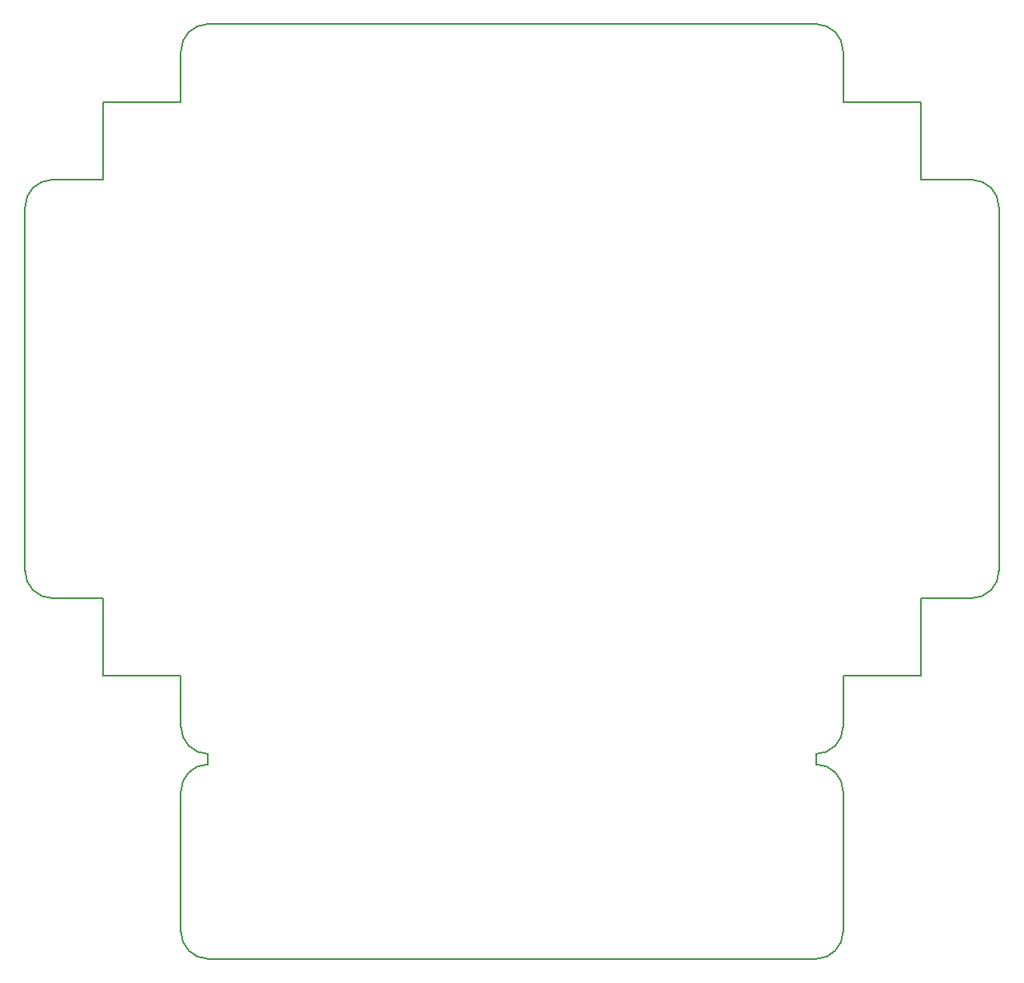
<source format=gbr>
G04 #@! TF.GenerationSoftware,KiCad,Pcbnew,(5.1.2)-1*
G04 #@! TF.CreationDate,2019-07-23T12:13:02+02:00*
G04 #@! TF.ProjectId,production,70726f64-7563-4746-996f-6e2e6b696361,rev?*
G04 #@! TF.SameCoordinates,Original*
G04 #@! TF.FileFunction,Profile,NP*
%FSLAX46Y46*%
G04 Gerber Fmt 4.6, Leading zero omitted, Abs format (unit mm)*
G04 Created by KiCad (PCBNEW (5.1.2)-1) date 2019-07-23 12:13:02*
%MOMM*%
%LPD*%
G04 APERTURE LIST*
%ADD10C,0.150000*%
G04 APERTURE END LIST*
D10*
X45466000Y-97866200D02*
X45466000Y-98933000D01*
X107873800Y-97866200D02*
X107873800Y-98933000D01*
X126669800Y-79070200D02*
G75*
G02X123875800Y-81864200I-2794000J0D01*
G01*
X110667800Y-95072200D02*
G75*
G02X107873800Y-97866200I-2794000J0D01*
G01*
X45466000Y-97866200D02*
G75*
G02X42672000Y-95072200I0J2794000D01*
G01*
X29464000Y-81864200D02*
G75*
G02X26670000Y-79070200I0J2794000D01*
G01*
X26670000Y-41656000D02*
G75*
G02X29464000Y-38862000I2794000J0D01*
G01*
X42672000Y-25654000D02*
G75*
G02X45466000Y-22860000I2794000J0D01*
G01*
X107873800Y-22860000D02*
G75*
G02X110667800Y-25654000I0J-2794000D01*
G01*
X123876000Y-38862000D02*
G75*
G02X126670000Y-41656000I0J-2794000D01*
G01*
X126669800Y-79070200D02*
X126670000Y-41656000D01*
X118670000Y-81860000D02*
X123875800Y-81864200D01*
X118670000Y-89860000D02*
X118670000Y-81860000D01*
X110670000Y-89860000D02*
X118670000Y-89860000D01*
X110667800Y-95072200D02*
X110670000Y-89860000D01*
X42670000Y-89860000D02*
X42672000Y-95072200D01*
X34670000Y-89860000D02*
X42670000Y-89860000D01*
X34670000Y-81860000D02*
X34670000Y-89860000D01*
X29464000Y-81864200D02*
X34670000Y-81860000D01*
X26670000Y-41656000D02*
X26670000Y-79070200D01*
X118670000Y-38860000D02*
X123876000Y-38862000D01*
X118670000Y-30860000D02*
X118670000Y-38860000D01*
X110670000Y-30860000D02*
X118670000Y-30860000D01*
X110667800Y-25654000D02*
X110670000Y-30860000D01*
X45466000Y-22860000D02*
X107873800Y-22860000D01*
X34670000Y-38860000D02*
X29464000Y-38862000D01*
X34670000Y-30860000D02*
X34670000Y-38860000D01*
X42670000Y-30860000D02*
X34670000Y-30860000D01*
X42672000Y-25654000D02*
X42670000Y-30860000D01*
X110667800Y-116128800D02*
G75*
G02X107873800Y-118922800I-2794000J0D01*
G01*
X45466000Y-118922800D02*
G75*
G02X42672000Y-116128800I0J2794000D01*
G01*
X42672000Y-101727000D02*
G75*
G02X45466000Y-98933000I2794000J0D01*
G01*
X107873800Y-98933000D02*
G75*
G02X110667800Y-101727000I0J-2794000D01*
G01*
X42672000Y-116128800D02*
X42672000Y-101727000D01*
X107873800Y-118922800D02*
X45466000Y-118922800D01*
X110667800Y-101727000D02*
X110667800Y-116128800D01*
M02*

</source>
